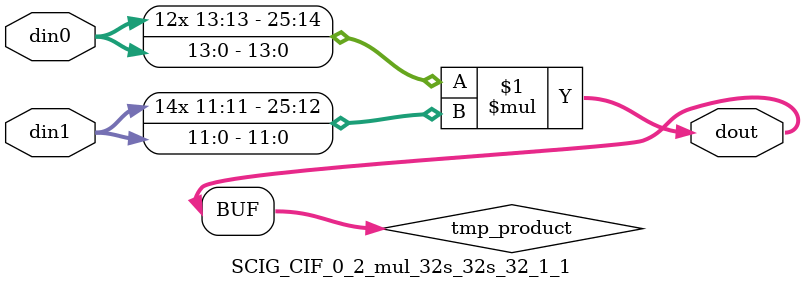
<source format=v>

`timescale 1 ns / 1 ps

  (* use_dsp = "no" *)  module SCIG_CIF_0_2_mul_32s_32s_32_1_1(din0, din1, dout);
parameter ID = 1;
parameter NUM_STAGE = 0;
parameter din0_WIDTH = 14;
parameter din1_WIDTH = 12;
parameter dout_WIDTH = 26;

input [din0_WIDTH - 1 : 0] din0; 
input [din1_WIDTH - 1 : 0] din1; 
output [dout_WIDTH - 1 : 0] dout;

wire signed [dout_WIDTH - 1 : 0] tmp_product;













assign tmp_product = $signed(din0) * $signed(din1);








assign dout = tmp_product;







endmodule

</source>
